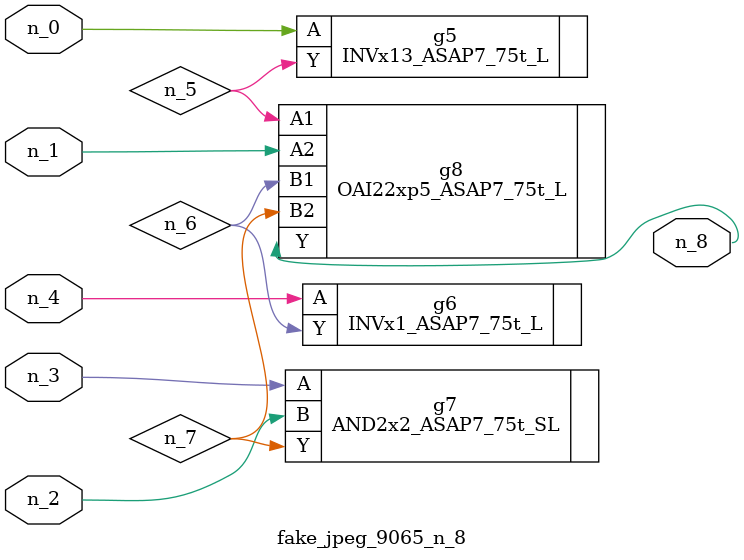
<source format=v>
module fake_jpeg_9065_n_8 (n_3, n_2, n_1, n_0, n_4, n_8);

input n_3;
input n_2;
input n_1;
input n_0;
input n_4;

output n_8;

wire n_6;
wire n_5;
wire n_7;

INVx13_ASAP7_75t_L g5 ( 
.A(n_0),
.Y(n_5)
);

INVx1_ASAP7_75t_L g6 ( 
.A(n_4),
.Y(n_6)
);

AND2x2_ASAP7_75t_SL g7 ( 
.A(n_3),
.B(n_2),
.Y(n_7)
);

OAI22xp5_ASAP7_75t_L g8 ( 
.A1(n_5),
.A2(n_1),
.B1(n_6),
.B2(n_7),
.Y(n_8)
);


endmodule
</source>
